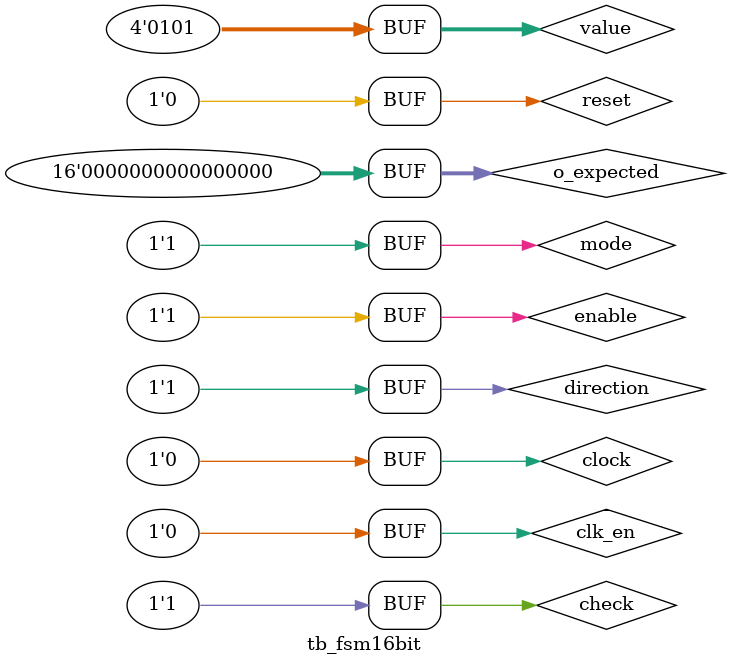
<source format=v>

`timescale 1 ns/100 ps

module tb_fsm16bit();
    reg         clk_en, clock, reset, enable, check, mode, direction;
    reg  [3:0]  value;
    reg  [15:0] o_expected;
    wire [15:0] outputValue;
    wire [15:0] eq_o;
    wire eq;
// Instantiate counter.

    fsm16bit dut1(clock, reset, enable, check, mode, direction, value, outputValue);    

// Test the counter functionality here.
// You should set up a 50 MHz clock, along with the various control and input signals.

assign eq_o = o_expected ^~ outputValue;
assign eq   = & eq_o;

initial begin
    clock      <= 1'b0;
    clk_en     <= 1'b1;
    reset      <= 1'b0;
    enable     <= 1'b0;
    check      <= 1'b0;
    mode       <= 1'b0;
    direction  <= 1'b0;
    value      <= 4'h3;
    o_expected <= 16'hxxxx;
    #10 o_expected = 16'h0000;
    #1  reset = 1'b1;
    #19 o_expected = 16'h0000;
    #20 o_expected = 16'h0000;
    #1  enable = 1'b1;
    #19 o_expected = 16'h6453;
    #20 o_expected = 16'h6453;
    #1  check = 1'b1;
    #19 o_expected = 16'h6450;
    #1  direction = 1'b1;
    #19 o_expected = 16'h6453;
    #1  value = 4'h5;
    #19 o_expected = 16'h6458;
    #1  direction = 1'b0;
    #19 o_expected = 16'h6453;
    #1  mode = 1'b1;
    #19 o_expected = 16'hB229;
    #1  direction = 1'b1;
    #19 o_expected = 16'h6453;
    #1  reset = 1'b0;
        o_expected = 16'h0000;
    #20 clk_en = 1'b0;
end

always begin
    #10 clock = (~clock) & clk_en;
end
endmodule

</source>
